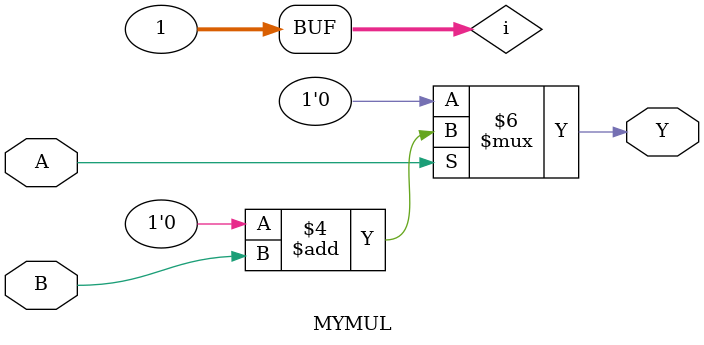
<source format=v>
module MYMUL(A, B, Y);
    parameter WIDTH = 1;
    input [WIDTH-1:0] A, B;
    output reg [WIDTH-1:0] Y;

    wire [1023:0] _TECHMAP_DO_ = "proc; clean";

    integer i;
    always @* begin
        Y = 0;
        for (i = 0; i < WIDTH; i=i+1)
            if (A[i])
                Y = Y + (B << i);
    end
endmodule

</source>
